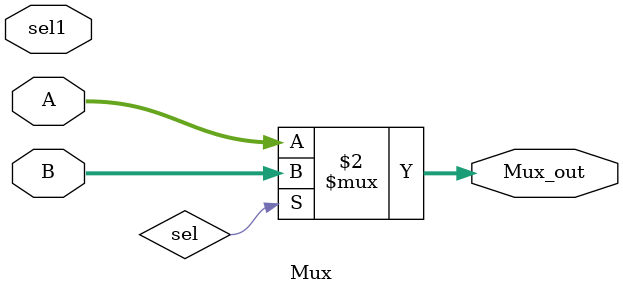
<source format=sv>
module Mux(
    input logic sel1,          // Select signal
    input logic [31:0] A,     // Input A1 (32 bits)
    input logic [31:0] B,     // Input B1 (32 bits)
    output logic [31:0] Mux_out  // Output (32 bits)
);

    // Multiplexer logic
    assign Mux_out = (sel == 1'b0) ? A : B;

endmodule

</source>
